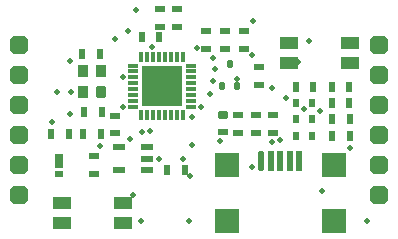
<source format=gts>
G04*
G04 #@! TF.GenerationSoftware,Altium Limited,Altium Designer,20.0.10 (225)*
G04*
G04 Layer_Color=8388736*
%FSLAX44Y44*%
%MOMM*%
G71*
G01*
G75*
%ADD13R,3.4000X3.4000*%
G04:AMPARAMS|DCode=14|XSize=0.3mm|YSize=0.9mm|CornerRadius=0.075mm|HoleSize=0mm|Usage=FLASHONLY|Rotation=0.000|XOffset=0mm|YOffset=0mm|HoleType=Round|Shape=RoundedRectangle|*
%AMROUNDEDRECTD14*
21,1,0.3000,0.7500,0,0,0.0*
21,1,0.1500,0.9000,0,0,0.0*
1,1,0.1500,0.0750,-0.3750*
1,1,0.1500,-0.0750,-0.3750*
1,1,0.1500,-0.0750,0.3750*
1,1,0.1500,0.0750,0.3750*
%
%ADD14ROUNDEDRECTD14*%
G04:AMPARAMS|DCode=15|XSize=0.3mm|YSize=0.9mm|CornerRadius=0.075mm|HoleSize=0mm|Usage=FLASHONLY|Rotation=270.000|XOffset=0mm|YOffset=0mm|HoleType=Round|Shape=RoundedRectangle|*
%AMROUNDEDRECTD15*
21,1,0.3000,0.7500,0,0,270.0*
21,1,0.1500,0.9000,0,0,270.0*
1,1,0.1500,-0.3750,-0.0750*
1,1,0.1500,-0.3750,0.0750*
1,1,0.1500,0.3750,0.0750*
1,1,0.1500,0.3750,-0.0750*
%
%ADD15ROUNDEDRECTD15*%
%ADD16R,1.6000X1.0000*%
%ADD17R,0.6000X0.9000*%
%ADD18R,0.9000X0.6000*%
G04:AMPARAMS|DCode=19|XSize=0.5mm|YSize=0.6mm|CornerRadius=0.125mm|HoleSize=0mm|Usage=FLASHONLY|Rotation=180.000|XOffset=0mm|YOffset=0mm|HoleType=Round|Shape=RoundedRectangle|*
%AMROUNDEDRECTD19*
21,1,0.5000,0.3500,0,0,180.0*
21,1,0.2500,0.6000,0,0,180.0*
1,1,0.2500,-0.1250,0.1750*
1,1,0.2500,0.1250,0.1750*
1,1,0.2500,0.1250,-0.1750*
1,1,0.2500,-0.1250,-0.1750*
%
%ADD19ROUNDEDRECTD19*%
%ADD20R,0.5000X1.7000*%
G04:AMPARAMS|DCode=21|XSize=0.5mm|YSize=1.7mm|CornerRadius=0mm|HoleSize=0mm|Usage=FLASHONLY|Rotation=180.000|XOffset=0mm|YOffset=0mm|HoleType=Round|Shape=Octagon|*
%AMOCTAGOND21*
4,1,8,0.1250,-0.8500,-0.1250,-0.8500,-0.2500,-0.7250,-0.2500,0.7250,-0.1250,0.8500,0.1250,0.8500,0.2500,0.7250,0.2500,-0.7250,0.1250,-0.8500,0.0*
%
%ADD21OCTAGOND21*%

%ADD22R,2.0000X2.0000*%
%ADD23R,0.8000X0.6000*%
%ADD24R,0.8000X1.2000*%
%ADD25R,0.6000X0.8000*%
G04:AMPARAMS|DCode=26|XSize=0.6mm|YSize=0.9mm|CornerRadius=0.15mm|HoleSize=0mm|Usage=FLASHONLY|Rotation=270.000|XOffset=0mm|YOffset=0mm|HoleType=Round|Shape=RoundedRectangle|*
%AMROUNDEDRECTD26*
21,1,0.6000,0.6000,0,0,270.0*
21,1,0.3000,0.9000,0,0,270.0*
1,1,0.3000,-0.3000,-0.1500*
1,1,0.3000,-0.3000,0.1500*
1,1,0.3000,0.3000,0.1500*
1,1,0.3000,0.3000,-0.1500*
%
%ADD26ROUNDEDRECTD26*%
%ADD27R,0.9000X1.0000*%
G04:AMPARAMS|DCode=28|XSize=1mm|YSize=0.9mm|CornerRadius=0.225mm|HoleSize=0mm|Usage=FLASHONLY|Rotation=90.000|XOffset=0mm|YOffset=0mm|HoleType=Round|Shape=RoundedRectangle|*
%AMROUNDEDRECTD28*
21,1,1.0000,0.4500,0,0,90.0*
21,1,0.5500,0.9000,0,0,90.0*
1,1,0.4500,0.2250,0.2750*
1,1,0.4500,0.2250,-0.2750*
1,1,0.4500,-0.2250,-0.2750*
1,1,0.4500,-0.2250,0.2750*
%
%ADD28ROUNDEDRECTD28*%
%ADD29R,1.0000X0.6000*%
G04:AMPARAMS|DCode=30|XSize=1.6002mm|YSize=1.6002mm|CornerRadius=0mm|HoleSize=0mm|Usage=FLASHONLY|Rotation=270.000|XOffset=0mm|YOffset=0mm|HoleType=Round|Shape=Octagon|*
%AMOCTAGOND30*
4,1,8,-0.4001,-0.8001,0.4001,-0.8001,0.8001,-0.4001,0.8001,0.4001,0.4001,0.8001,-0.4001,0.8001,-0.8001,0.4001,-0.8001,-0.4001,-0.4001,-0.8001,0.0*
%
%ADD30OCTAGOND30*%

%ADD31C,0.5000*%
D13*
X133900Y133506D02*
D03*
D14*
X116400Y158006D02*
D03*
X121400D02*
D03*
X126400D02*
D03*
X131400D02*
D03*
X136400D02*
D03*
X141400D02*
D03*
X146400D02*
D03*
X151400D02*
D03*
Y109007D02*
D03*
X146400D02*
D03*
X141400D02*
D03*
X136400D02*
D03*
X131400D02*
D03*
X126400D02*
D03*
X121400D02*
D03*
X116400D02*
D03*
D15*
X158400Y151006D02*
D03*
Y146006D02*
D03*
Y141007D02*
D03*
Y136006D02*
D03*
Y131006D02*
D03*
Y126006D02*
D03*
Y121006D02*
D03*
Y116006D02*
D03*
X109400D02*
D03*
Y121006D02*
D03*
Y126006D02*
D03*
Y131006D02*
D03*
Y136006D02*
D03*
Y141007D02*
D03*
Y146006D02*
D03*
Y151006D02*
D03*
D16*
X293254Y153396D02*
D03*
Y170396D02*
D03*
X241254Y153396D02*
D03*
Y170396D02*
D03*
X101000Y17500D02*
D03*
Y34500D02*
D03*
X49000Y17500D02*
D03*
Y34500D02*
D03*
D17*
X81950Y92755D02*
D03*
X66950D02*
D03*
X54950Y92756D02*
D03*
X39950D02*
D03*
X292500Y133084D02*
D03*
X277500D02*
D03*
X246950Y133084D02*
D03*
X261950D02*
D03*
X292500Y119506D02*
D03*
X277500D02*
D03*
X292950Y105506D02*
D03*
X277950D02*
D03*
X292950Y91305D02*
D03*
X277950D02*
D03*
X137950Y62506D02*
D03*
X152950D02*
D03*
X67950Y111600D02*
D03*
X82950D02*
D03*
X65950Y160506D02*
D03*
X80950D02*
D03*
X116500Y175000D02*
D03*
X131500D02*
D03*
D18*
X216200Y134606D02*
D03*
Y149606D02*
D03*
X203450Y180006D02*
D03*
Y165006D02*
D03*
X198450Y108857D02*
D03*
Y93857D02*
D03*
X213450Y108857D02*
D03*
Y93857D02*
D03*
X187450Y180006D02*
D03*
Y165006D02*
D03*
X171450Y180006D02*
D03*
Y165006D02*
D03*
X146450Y199006D02*
D03*
Y184006D02*
D03*
X76450Y59400D02*
D03*
Y74400D02*
D03*
X94000Y93500D02*
D03*
Y108500D02*
D03*
X228200Y93857D02*
D03*
Y108857D02*
D03*
X185200Y94529D02*
D03*
X132400Y199006D02*
D03*
Y184006D02*
D03*
D19*
X191096Y152750D02*
D03*
X184596Y133750D02*
D03*
X197596D02*
D03*
D20*
X250000Y70500D02*
D03*
X242000D02*
D03*
X234000D02*
D03*
X226000D02*
D03*
D21*
X218000D02*
D03*
D22*
X188650Y66500D02*
D03*
X279350D02*
D03*
Y19000D02*
D03*
X188650D02*
D03*
D23*
X46450Y59606D02*
D03*
D24*
Y70606D02*
D03*
D25*
X247591Y119506D02*
D03*
X261053D02*
D03*
X247591Y105506D02*
D03*
X261053D02*
D03*
X260903Y91306D02*
D03*
X247441D02*
D03*
D26*
X185200Y109529D02*
D03*
D27*
X67092Y128251D02*
D03*
Y146750D02*
D03*
X82592D02*
D03*
D28*
Y128251D02*
D03*
D29*
X97400Y81757D02*
D03*
X121400D02*
D03*
Y72257D02*
D03*
Y62757D02*
D03*
X97400D02*
D03*
D30*
X12700Y168500D02*
D03*
Y143100D02*
D03*
Y117700D02*
D03*
Y92300D02*
D03*
Y66900D02*
D03*
Y41500D02*
D03*
X317500D02*
D03*
Y66900D02*
D03*
Y92300D02*
D03*
Y117700D02*
D03*
Y143100D02*
D03*
Y168500D02*
D03*
D31*
X125000Y167000D02*
D03*
X177107Y157506D02*
D03*
X248850Y154353D02*
D03*
X101022Y141006D02*
D03*
X166554Y115998D02*
D03*
X174428Y126920D02*
D03*
X178746Y148257D02*
D03*
X209988Y65452D02*
D03*
X267646Y112697D02*
D03*
X116770Y94663D02*
D03*
X107118Y88820D02*
D03*
X159188Y107362D02*
D03*
X163760Y165902D02*
D03*
X176870Y138322D02*
D03*
X253930Y113967D02*
D03*
X226752Y132001D02*
D03*
X94418Y173657D02*
D03*
X109658Y41247D02*
D03*
X238944Y123237D02*
D03*
X210623Y188897D02*
D03*
X210242Y159686D02*
D03*
X101022Y116007D02*
D03*
X159000Y84000D02*
D03*
X183000Y87000D02*
D03*
X269000Y45000D02*
D03*
X112000Y198365D02*
D03*
X258000Y171896D02*
D03*
X157800Y57244D02*
D03*
X156800Y19000D02*
D03*
X307800Y19244D02*
D03*
X134000Y133000D02*
D03*
X45000Y129000D02*
D03*
X116304Y19543D02*
D03*
X124000Y96000D02*
D03*
X131604Y72257D02*
D03*
X152000D02*
D03*
X41000Y103000D02*
D03*
X197000Y140000D02*
D03*
X293000Y81000D02*
D03*
X81000Y83000D02*
D03*
X105000Y180000D02*
D03*
X233999Y88000D02*
D03*
X227000Y86000D02*
D03*
X56000Y110357D02*
D03*
Y155000D02*
D03*
X57000Y128251D02*
D03*
M02*

</source>
